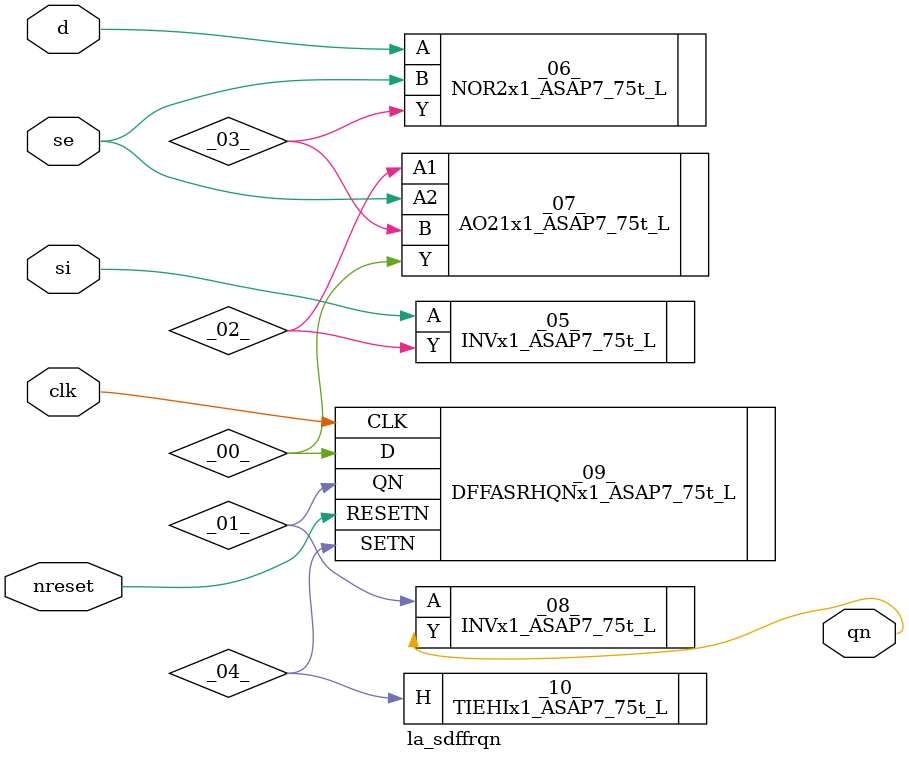
<source format=v>

/* Generated by Yosys 0.44 (git sha1 80ba43d26, g++ 11.4.0-1ubuntu1~22.04 -fPIC -O3) */

(* top =  1  *)
(* src = "inputs/la_sdffrqn.v:11.1-26.10" *)
module la_sdffrqn (
    d,
    si,
    se,
    clk,
    nreset,
    qn
);
  (* src = "inputs/la_sdffrqn.v:22.5-24.34" *)
  wire _00_;
  wire _01_;
  wire _02_;
  wire _03_;
  wire _04_;
  (* src = "inputs/la_sdffrqn.v:17.16-17.19" *)
  input clk;
  wire clk;
  (* src = "inputs/la_sdffrqn.v:14.16-14.17" *)
  input d;
  wire d;
  (* src = "inputs/la_sdffrqn.v:18.16-18.22" *)
  input nreset;
  wire nreset;
  (* src = "inputs/la_sdffrqn.v:19.16-19.18" *)
  output qn;
  wire qn;
  (* src = "inputs/la_sdffrqn.v:16.16-16.18" *)
  input se;
  wire se;
  (* src = "inputs/la_sdffrqn.v:15.16-15.18" *)
  input si;
  wire si;
  INVx1_ASAP7_75t_L _05_ (
      .A(si),
      .Y(_02_)
  );
  NOR2x1_ASAP7_75t_L _06_ (
      .A(d),
      .B(se),
      .Y(_03_)
  );
  AO21x1_ASAP7_75t_L _07_ (
      .A1(_02_),
      .A2(se),
      .B (_03_),
      .Y (_00_)
  );
  INVx1_ASAP7_75t_L _08_ (
      .A(_01_),
      .Y(qn)
  );
  (* src = "inputs/la_sdffrqn.v:22.5-24.34" *)
  DFFASRHQNx1_ASAP7_75t_L _09_ (
      .CLK(clk),
      .D(_00_),
      .QN(_01_),
      .RESETN(nreset),
      .SETN(_04_)
  );
  TIEHIx1_ASAP7_75t_L _10_ (.H(_04_));
endmodule

</source>
